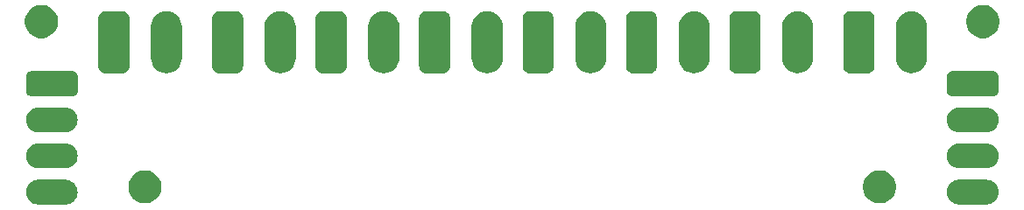
<source format=gbr>
G04 #@! TF.GenerationSoftware,KiCad,Pcbnew,(5.0.1-3-g963ef8bb5)*
G04 #@! TF.CreationDate,2020-01-09T21:08:13+01:00*
G04 #@! TF.ProjectId,WS2801_ledmodule_rev2,5753323830315F6C65646D6F64756C65,rev?*
G04 #@! TF.SameCoordinates,Original*
G04 #@! TF.FileFunction,Soldermask,Bot*
G04 #@! TF.FilePolarity,Negative*
%FSLAX46Y46*%
G04 Gerber Fmt 4.6, Leading zero omitted, Abs format (unit mm)*
G04 Created by KiCad (PCBNEW (5.0.1-3-g963ef8bb5)) date Thursday, 09 January 2020 at 21:08:13*
%MOMM*%
%LPD*%
G01*
G04 APERTURE LIST*
%ADD10C,0.100000*%
G04 APERTURE END LIST*
D10*
G36*
X260394208Y-54303473D02*
X260535241Y-54317363D01*
X260761442Y-54385981D01*
X260761444Y-54385982D01*
X260761447Y-54385983D01*
X260969910Y-54497408D01*
X261152634Y-54647366D01*
X261302592Y-54830090D01*
X261414017Y-55038553D01*
X261414018Y-55038556D01*
X261414019Y-55038558D01*
X261482637Y-55264759D01*
X261505806Y-55500000D01*
X261482637Y-55735241D01*
X261414019Y-55961442D01*
X261414017Y-55961447D01*
X261302592Y-56169910D01*
X261152634Y-56352634D01*
X260969910Y-56502592D01*
X260761447Y-56614017D01*
X260761444Y-56614018D01*
X260761442Y-56614019D01*
X260535241Y-56682637D01*
X260394208Y-56696527D01*
X260358951Y-56700000D01*
X257641049Y-56700000D01*
X257605792Y-56696527D01*
X257464759Y-56682637D01*
X257238558Y-56614019D01*
X257238556Y-56614018D01*
X257238553Y-56614017D01*
X257030090Y-56502592D01*
X256847366Y-56352634D01*
X256697408Y-56169910D01*
X256585983Y-55961447D01*
X256585981Y-55961442D01*
X256517363Y-55735241D01*
X256494194Y-55500000D01*
X256517363Y-55264759D01*
X256585981Y-55038558D01*
X256585982Y-55038556D01*
X256585983Y-55038553D01*
X256697408Y-54830090D01*
X256847366Y-54647366D01*
X257030090Y-54497408D01*
X257238553Y-54385983D01*
X257238556Y-54385982D01*
X257238558Y-54385981D01*
X257464759Y-54317363D01*
X257605792Y-54303473D01*
X257641049Y-54300000D01*
X260358951Y-54300000D01*
X260394208Y-54303473D01*
X260394208Y-54303473D01*
G37*
G36*
X171394208Y-54303473D02*
X171535241Y-54317363D01*
X171761442Y-54385981D01*
X171761444Y-54385982D01*
X171761447Y-54385983D01*
X171969910Y-54497408D01*
X172152634Y-54647366D01*
X172302592Y-54830090D01*
X172414017Y-55038553D01*
X172414018Y-55038556D01*
X172414019Y-55038558D01*
X172482637Y-55264759D01*
X172505806Y-55500000D01*
X172482637Y-55735241D01*
X172414019Y-55961442D01*
X172414017Y-55961447D01*
X172302592Y-56169910D01*
X172152634Y-56352634D01*
X171969910Y-56502592D01*
X171761447Y-56614017D01*
X171761444Y-56614018D01*
X171761442Y-56614019D01*
X171535241Y-56682637D01*
X171394208Y-56696527D01*
X171358951Y-56700000D01*
X168641049Y-56700000D01*
X168605792Y-56696527D01*
X168464759Y-56682637D01*
X168238558Y-56614019D01*
X168238556Y-56614018D01*
X168238553Y-56614017D01*
X168030090Y-56502592D01*
X167847366Y-56352634D01*
X167697408Y-56169910D01*
X167585983Y-55961447D01*
X167585981Y-55961442D01*
X167517363Y-55735241D01*
X167494194Y-55500000D01*
X167517363Y-55264759D01*
X167585981Y-55038558D01*
X167585982Y-55038556D01*
X167585983Y-55038553D01*
X167697408Y-54830090D01*
X167847366Y-54647366D01*
X168030090Y-54497408D01*
X168238553Y-54385983D01*
X168238556Y-54385982D01*
X168238558Y-54385981D01*
X168464759Y-54317363D01*
X168605792Y-54303473D01*
X168641049Y-54300000D01*
X171358951Y-54300000D01*
X171394208Y-54303473D01*
X171394208Y-54303473D01*
G37*
G36*
X179466703Y-53461486D02*
X179757883Y-53582097D01*
X180019944Y-53757201D01*
X180242799Y-53980056D01*
X180417903Y-54242117D01*
X180538514Y-54533297D01*
X180600000Y-54842412D01*
X180600000Y-55157588D01*
X180538514Y-55466703D01*
X180417903Y-55757883D01*
X180242799Y-56019944D01*
X180019944Y-56242799D01*
X179757883Y-56417903D01*
X179466703Y-56538514D01*
X179157588Y-56600000D01*
X178842412Y-56600000D01*
X178533297Y-56538514D01*
X178242117Y-56417903D01*
X177980056Y-56242799D01*
X177757201Y-56019944D01*
X177582097Y-55757883D01*
X177461486Y-55466703D01*
X177400000Y-55157588D01*
X177400000Y-54842412D01*
X177461486Y-54533297D01*
X177582097Y-54242117D01*
X177757201Y-53980056D01*
X177980056Y-53757201D01*
X178242117Y-53582097D01*
X178533297Y-53461486D01*
X178842412Y-53400000D01*
X179157588Y-53400000D01*
X179466703Y-53461486D01*
X179466703Y-53461486D01*
G37*
G36*
X250466703Y-53461486D02*
X250757883Y-53582097D01*
X251019944Y-53757201D01*
X251242799Y-53980056D01*
X251417903Y-54242117D01*
X251538514Y-54533297D01*
X251600000Y-54842412D01*
X251600000Y-55157588D01*
X251538514Y-55466703D01*
X251417903Y-55757883D01*
X251242799Y-56019944D01*
X251019944Y-56242799D01*
X250757883Y-56417903D01*
X250466703Y-56538514D01*
X250157588Y-56600000D01*
X249842412Y-56600000D01*
X249533297Y-56538514D01*
X249242117Y-56417903D01*
X248980056Y-56242799D01*
X248757201Y-56019944D01*
X248582097Y-55757883D01*
X248461486Y-55466703D01*
X248400000Y-55157588D01*
X248400000Y-54842412D01*
X248461486Y-54533297D01*
X248582097Y-54242117D01*
X248757201Y-53980056D01*
X248980056Y-53757201D01*
X249242117Y-53582097D01*
X249533297Y-53461486D01*
X249842412Y-53400000D01*
X250157588Y-53400000D01*
X250466703Y-53461486D01*
X250466703Y-53461486D01*
G37*
G36*
X260394208Y-50803473D02*
X260535241Y-50817363D01*
X260761442Y-50885981D01*
X260761444Y-50885982D01*
X260761447Y-50885983D01*
X260969910Y-50997408D01*
X261152634Y-51147366D01*
X261302592Y-51330090D01*
X261414017Y-51538553D01*
X261414018Y-51538556D01*
X261414019Y-51538558D01*
X261482637Y-51764759D01*
X261505806Y-52000000D01*
X261482637Y-52235241D01*
X261414019Y-52461442D01*
X261414017Y-52461447D01*
X261302592Y-52669910D01*
X261152634Y-52852634D01*
X260969910Y-53002592D01*
X260761447Y-53114017D01*
X260761444Y-53114018D01*
X260761442Y-53114019D01*
X260535241Y-53182637D01*
X260394208Y-53196527D01*
X260358951Y-53200000D01*
X257641049Y-53200000D01*
X257605792Y-53196527D01*
X257464759Y-53182637D01*
X257238558Y-53114019D01*
X257238556Y-53114018D01*
X257238553Y-53114017D01*
X257030090Y-53002592D01*
X256847366Y-52852634D01*
X256697408Y-52669910D01*
X256585983Y-52461447D01*
X256585981Y-52461442D01*
X256517363Y-52235241D01*
X256494194Y-52000000D01*
X256517363Y-51764759D01*
X256585981Y-51538558D01*
X256585982Y-51538556D01*
X256585983Y-51538553D01*
X256697408Y-51330090D01*
X256847366Y-51147366D01*
X257030090Y-50997408D01*
X257238553Y-50885983D01*
X257238556Y-50885982D01*
X257238558Y-50885981D01*
X257464759Y-50817363D01*
X257605792Y-50803473D01*
X257641049Y-50800000D01*
X260358951Y-50800000D01*
X260394208Y-50803473D01*
X260394208Y-50803473D01*
G37*
G36*
X171394208Y-50803473D02*
X171535241Y-50817363D01*
X171761442Y-50885981D01*
X171761444Y-50885982D01*
X171761447Y-50885983D01*
X171969910Y-50997408D01*
X172152634Y-51147366D01*
X172302592Y-51330090D01*
X172414017Y-51538553D01*
X172414018Y-51538556D01*
X172414019Y-51538558D01*
X172482637Y-51764759D01*
X172505806Y-52000000D01*
X172482637Y-52235241D01*
X172414019Y-52461442D01*
X172414017Y-52461447D01*
X172302592Y-52669910D01*
X172152634Y-52852634D01*
X171969910Y-53002592D01*
X171761447Y-53114017D01*
X171761444Y-53114018D01*
X171761442Y-53114019D01*
X171535241Y-53182637D01*
X171394208Y-53196527D01*
X171358951Y-53200000D01*
X168641049Y-53200000D01*
X168605792Y-53196527D01*
X168464759Y-53182637D01*
X168238558Y-53114019D01*
X168238556Y-53114018D01*
X168238553Y-53114017D01*
X168030090Y-53002592D01*
X167847366Y-52852634D01*
X167697408Y-52669910D01*
X167585983Y-52461447D01*
X167585981Y-52461442D01*
X167517363Y-52235241D01*
X167494194Y-52000000D01*
X167517363Y-51764759D01*
X167585981Y-51538558D01*
X167585982Y-51538556D01*
X167585983Y-51538553D01*
X167697408Y-51330090D01*
X167847366Y-51147366D01*
X168030090Y-50997408D01*
X168238553Y-50885983D01*
X168238556Y-50885982D01*
X168238558Y-50885981D01*
X168464759Y-50817363D01*
X168605792Y-50803473D01*
X168641049Y-50800000D01*
X171358951Y-50800000D01*
X171394208Y-50803473D01*
X171394208Y-50803473D01*
G37*
G36*
X171394208Y-47303473D02*
X171535241Y-47317363D01*
X171761442Y-47385981D01*
X171761444Y-47385982D01*
X171761447Y-47385983D01*
X171969910Y-47497408D01*
X172152634Y-47647366D01*
X172302592Y-47830090D01*
X172414017Y-48038553D01*
X172414018Y-48038556D01*
X172414019Y-48038558D01*
X172482637Y-48264759D01*
X172505806Y-48500000D01*
X172482637Y-48735241D01*
X172414019Y-48961442D01*
X172414017Y-48961447D01*
X172302592Y-49169910D01*
X172152634Y-49352634D01*
X171969910Y-49502592D01*
X171761447Y-49614017D01*
X171761444Y-49614018D01*
X171761442Y-49614019D01*
X171535241Y-49682637D01*
X171394208Y-49696527D01*
X171358951Y-49700000D01*
X168641049Y-49700000D01*
X168605792Y-49696527D01*
X168464759Y-49682637D01*
X168238558Y-49614019D01*
X168238556Y-49614018D01*
X168238553Y-49614017D01*
X168030090Y-49502592D01*
X167847366Y-49352634D01*
X167697408Y-49169910D01*
X167585983Y-48961447D01*
X167585981Y-48961442D01*
X167517363Y-48735241D01*
X167494194Y-48500000D01*
X167517363Y-48264759D01*
X167585981Y-48038558D01*
X167585982Y-48038556D01*
X167585983Y-48038553D01*
X167697408Y-47830090D01*
X167847366Y-47647366D01*
X168030090Y-47497408D01*
X168238553Y-47385983D01*
X168238556Y-47385982D01*
X168238558Y-47385981D01*
X168464759Y-47317363D01*
X168605792Y-47303473D01*
X168641049Y-47300000D01*
X171358951Y-47300000D01*
X171394208Y-47303473D01*
X171394208Y-47303473D01*
G37*
G36*
X260394208Y-47303473D02*
X260535241Y-47317363D01*
X260761442Y-47385981D01*
X260761444Y-47385982D01*
X260761447Y-47385983D01*
X260969910Y-47497408D01*
X261152634Y-47647366D01*
X261302592Y-47830090D01*
X261414017Y-48038553D01*
X261414018Y-48038556D01*
X261414019Y-48038558D01*
X261482637Y-48264759D01*
X261505806Y-48500000D01*
X261482637Y-48735241D01*
X261414019Y-48961442D01*
X261414017Y-48961447D01*
X261302592Y-49169910D01*
X261152634Y-49352634D01*
X260969910Y-49502592D01*
X260761447Y-49614017D01*
X260761444Y-49614018D01*
X260761442Y-49614019D01*
X260535241Y-49682637D01*
X260394208Y-49696527D01*
X260358951Y-49700000D01*
X257641049Y-49700000D01*
X257605792Y-49696527D01*
X257464759Y-49682637D01*
X257238558Y-49614019D01*
X257238556Y-49614018D01*
X257238553Y-49614017D01*
X257030090Y-49502592D01*
X256847366Y-49352634D01*
X256697408Y-49169910D01*
X256585983Y-48961447D01*
X256585981Y-48961442D01*
X256517363Y-48735241D01*
X256494194Y-48500000D01*
X256517363Y-48264759D01*
X256585981Y-48038558D01*
X256585982Y-48038556D01*
X256585983Y-48038553D01*
X256697408Y-47830090D01*
X256847366Y-47647366D01*
X257030090Y-47497408D01*
X257238553Y-47385983D01*
X257238556Y-47385982D01*
X257238558Y-47385981D01*
X257464759Y-47317363D01*
X257605792Y-47303473D01*
X257641049Y-47300000D01*
X260358951Y-47300000D01*
X260394208Y-47303473D01*
X260394208Y-47303473D01*
G37*
G36*
X261067241Y-43810921D02*
X261167965Y-43841475D01*
X261260780Y-43891085D01*
X261342142Y-43957858D01*
X261408915Y-44039220D01*
X261458525Y-44132035D01*
X261489079Y-44232759D01*
X261500000Y-44343640D01*
X261500000Y-45656360D01*
X261489079Y-45767241D01*
X261458525Y-45867965D01*
X261408915Y-45960780D01*
X261342142Y-46042142D01*
X261260780Y-46108915D01*
X261167965Y-46158525D01*
X261067241Y-46189079D01*
X260956360Y-46200000D01*
X257043640Y-46200000D01*
X256932759Y-46189079D01*
X256832035Y-46158525D01*
X256739220Y-46108915D01*
X256657858Y-46042142D01*
X256591085Y-45960780D01*
X256541475Y-45867965D01*
X256510921Y-45767241D01*
X256500000Y-45656360D01*
X256500000Y-44343640D01*
X256510921Y-44232759D01*
X256541475Y-44132035D01*
X256591085Y-44039220D01*
X256657858Y-43957858D01*
X256739220Y-43891085D01*
X256832035Y-43841475D01*
X256932759Y-43810921D01*
X257043640Y-43800000D01*
X260956360Y-43800000D01*
X261067241Y-43810921D01*
X261067241Y-43810921D01*
G37*
G36*
X172067241Y-43810921D02*
X172167965Y-43841475D01*
X172260780Y-43891085D01*
X172342142Y-43957858D01*
X172408915Y-44039220D01*
X172458525Y-44132035D01*
X172489079Y-44232759D01*
X172500000Y-44343640D01*
X172500000Y-45656360D01*
X172489079Y-45767241D01*
X172458525Y-45867965D01*
X172408915Y-45960780D01*
X172342142Y-46042142D01*
X172260780Y-46108915D01*
X172167965Y-46158525D01*
X172067241Y-46189079D01*
X171956360Y-46200000D01*
X168043640Y-46200000D01*
X167932759Y-46189079D01*
X167832035Y-46158525D01*
X167739220Y-46108915D01*
X167657858Y-46042142D01*
X167591085Y-45960780D01*
X167541475Y-45867965D01*
X167510921Y-45767241D01*
X167500000Y-45656360D01*
X167500000Y-44343640D01*
X167510921Y-44232759D01*
X167541475Y-44132035D01*
X167591085Y-44039220D01*
X167657858Y-43957858D01*
X167739220Y-43891085D01*
X167832035Y-43841475D01*
X167932759Y-43810921D01*
X168043640Y-43800000D01*
X171956360Y-43800000D01*
X172067241Y-43810921D01*
X172067241Y-43810921D01*
G37*
G36*
X212374047Y-38021704D02*
X212374050Y-38021705D01*
X212656801Y-38107476D01*
X212656803Y-38107477D01*
X212917389Y-38246763D01*
X213145792Y-38434208D01*
X213333237Y-38662611D01*
X213472523Y-38923196D01*
X213558296Y-39205952D01*
X213580000Y-39426316D01*
X213580000Y-42573684D01*
X213558296Y-42794048D01*
X213472523Y-43076804D01*
X213333237Y-43337389D01*
X213145792Y-43565792D01*
X212917389Y-43753237D01*
X212673436Y-43883633D01*
X212656802Y-43892524D01*
X212490700Y-43942910D01*
X212374048Y-43978296D01*
X212080000Y-44007257D01*
X211785953Y-43978296D01*
X211669301Y-43942910D01*
X211503199Y-43892524D01*
X211486565Y-43883633D01*
X211242612Y-43753237D01*
X211014209Y-43565792D01*
X210826764Y-43337389D01*
X210687478Y-43076804D01*
X210601705Y-42794048D01*
X210580001Y-42573684D01*
X210580000Y-39426317D01*
X210601704Y-39205953D01*
X210687477Y-38923197D01*
X210826763Y-38662611D01*
X211014208Y-38434208D01*
X211242611Y-38246763D01*
X211503196Y-38107477D01*
X211503198Y-38107476D01*
X211785949Y-38021705D01*
X211785952Y-38021704D01*
X212080000Y-37992743D01*
X212374047Y-38021704D01*
X212374047Y-38021704D01*
G37*
G36*
X253374047Y-38021704D02*
X253374050Y-38021705D01*
X253656801Y-38107476D01*
X253656803Y-38107477D01*
X253917389Y-38246763D01*
X254145792Y-38434208D01*
X254333237Y-38662611D01*
X254472523Y-38923196D01*
X254558296Y-39205952D01*
X254580000Y-39426316D01*
X254580000Y-42573684D01*
X254558296Y-42794048D01*
X254472523Y-43076804D01*
X254333237Y-43337389D01*
X254145792Y-43565792D01*
X253917389Y-43753237D01*
X253673436Y-43883633D01*
X253656802Y-43892524D01*
X253490700Y-43942910D01*
X253374048Y-43978296D01*
X253080000Y-44007257D01*
X252785953Y-43978296D01*
X252669301Y-43942910D01*
X252503199Y-43892524D01*
X252486565Y-43883633D01*
X252242612Y-43753237D01*
X252014209Y-43565792D01*
X251826764Y-43337389D01*
X251687478Y-43076804D01*
X251601705Y-42794048D01*
X251580001Y-42573684D01*
X251580000Y-39426317D01*
X251601704Y-39205953D01*
X251687477Y-38923197D01*
X251826763Y-38662611D01*
X252014208Y-38434208D01*
X252242611Y-38246763D01*
X252503196Y-38107477D01*
X252503198Y-38107476D01*
X252785949Y-38021705D01*
X252785952Y-38021704D01*
X253080000Y-37992743D01*
X253374047Y-38021704D01*
X253374047Y-38021704D01*
G37*
G36*
X242374047Y-38021704D02*
X242374050Y-38021705D01*
X242656801Y-38107476D01*
X242656803Y-38107477D01*
X242917389Y-38246763D01*
X243145792Y-38434208D01*
X243333237Y-38662611D01*
X243472523Y-38923196D01*
X243558296Y-39205952D01*
X243580000Y-39426316D01*
X243580000Y-42573684D01*
X243558296Y-42794048D01*
X243472523Y-43076804D01*
X243333237Y-43337389D01*
X243145792Y-43565792D01*
X242917389Y-43753237D01*
X242673436Y-43883633D01*
X242656802Y-43892524D01*
X242490700Y-43942910D01*
X242374048Y-43978296D01*
X242080000Y-44007257D01*
X241785953Y-43978296D01*
X241669301Y-43942910D01*
X241503199Y-43892524D01*
X241486565Y-43883633D01*
X241242612Y-43753237D01*
X241014209Y-43565792D01*
X240826764Y-43337389D01*
X240687478Y-43076804D01*
X240601705Y-42794048D01*
X240580001Y-42573684D01*
X240580000Y-39426317D01*
X240601704Y-39205953D01*
X240687477Y-38923197D01*
X240826763Y-38662611D01*
X241014208Y-38434208D01*
X241242611Y-38246763D01*
X241503196Y-38107477D01*
X241503198Y-38107476D01*
X241785949Y-38021705D01*
X241785952Y-38021704D01*
X242080000Y-37992743D01*
X242374047Y-38021704D01*
X242374047Y-38021704D01*
G37*
G36*
X232374047Y-38021704D02*
X232374050Y-38021705D01*
X232656801Y-38107476D01*
X232656803Y-38107477D01*
X232917389Y-38246763D01*
X233145792Y-38434208D01*
X233333237Y-38662611D01*
X233472523Y-38923196D01*
X233558296Y-39205952D01*
X233580000Y-39426316D01*
X233580000Y-42573684D01*
X233558296Y-42794048D01*
X233472523Y-43076804D01*
X233333237Y-43337389D01*
X233145792Y-43565792D01*
X232917389Y-43753237D01*
X232673436Y-43883633D01*
X232656802Y-43892524D01*
X232490700Y-43942910D01*
X232374048Y-43978296D01*
X232080000Y-44007257D01*
X231785953Y-43978296D01*
X231669301Y-43942910D01*
X231503199Y-43892524D01*
X231486565Y-43883633D01*
X231242612Y-43753237D01*
X231014209Y-43565792D01*
X230826764Y-43337389D01*
X230687478Y-43076804D01*
X230601705Y-42794048D01*
X230580001Y-42573684D01*
X230580000Y-39426317D01*
X230601704Y-39205953D01*
X230687477Y-38923197D01*
X230826763Y-38662611D01*
X231014208Y-38434208D01*
X231242611Y-38246763D01*
X231503196Y-38107477D01*
X231503198Y-38107476D01*
X231785949Y-38021705D01*
X231785952Y-38021704D01*
X232080000Y-37992743D01*
X232374047Y-38021704D01*
X232374047Y-38021704D01*
G37*
G36*
X222374047Y-38021704D02*
X222374050Y-38021705D01*
X222656801Y-38107476D01*
X222656803Y-38107477D01*
X222917389Y-38246763D01*
X223145792Y-38434208D01*
X223333237Y-38662611D01*
X223472523Y-38923196D01*
X223558296Y-39205952D01*
X223580000Y-39426316D01*
X223580000Y-42573684D01*
X223558296Y-42794048D01*
X223472523Y-43076804D01*
X223333237Y-43337389D01*
X223145792Y-43565792D01*
X222917389Y-43753237D01*
X222673436Y-43883633D01*
X222656802Y-43892524D01*
X222490700Y-43942910D01*
X222374048Y-43978296D01*
X222080000Y-44007257D01*
X221785953Y-43978296D01*
X221669301Y-43942910D01*
X221503199Y-43892524D01*
X221486565Y-43883633D01*
X221242612Y-43753237D01*
X221014209Y-43565792D01*
X220826764Y-43337389D01*
X220687478Y-43076804D01*
X220601705Y-42794048D01*
X220580001Y-42573684D01*
X220580000Y-39426317D01*
X220601704Y-39205953D01*
X220687477Y-38923197D01*
X220826763Y-38662611D01*
X221014208Y-38434208D01*
X221242611Y-38246763D01*
X221503196Y-38107477D01*
X221503198Y-38107476D01*
X221785949Y-38021705D01*
X221785952Y-38021704D01*
X222080000Y-37992743D01*
X222374047Y-38021704D01*
X222374047Y-38021704D01*
G37*
G36*
X192374047Y-38021704D02*
X192374050Y-38021705D01*
X192656801Y-38107476D01*
X192656803Y-38107477D01*
X192917389Y-38246763D01*
X193145792Y-38434208D01*
X193333237Y-38662611D01*
X193472523Y-38923196D01*
X193558296Y-39205952D01*
X193580000Y-39426316D01*
X193580000Y-42573684D01*
X193558296Y-42794048D01*
X193472523Y-43076804D01*
X193333237Y-43337389D01*
X193145792Y-43565792D01*
X192917389Y-43753237D01*
X192673436Y-43883633D01*
X192656802Y-43892524D01*
X192490700Y-43942910D01*
X192374048Y-43978296D01*
X192080000Y-44007257D01*
X191785953Y-43978296D01*
X191669301Y-43942910D01*
X191503199Y-43892524D01*
X191486565Y-43883633D01*
X191242612Y-43753237D01*
X191014209Y-43565792D01*
X190826764Y-43337389D01*
X190687478Y-43076804D01*
X190601705Y-42794048D01*
X190580001Y-42573684D01*
X190580000Y-39426317D01*
X190601704Y-39205953D01*
X190687477Y-38923197D01*
X190826763Y-38662611D01*
X191014208Y-38434208D01*
X191242611Y-38246763D01*
X191503196Y-38107477D01*
X191503198Y-38107476D01*
X191785949Y-38021705D01*
X191785952Y-38021704D01*
X192080000Y-37992743D01*
X192374047Y-38021704D01*
X192374047Y-38021704D01*
G37*
G36*
X181374047Y-38021704D02*
X181374050Y-38021705D01*
X181656801Y-38107476D01*
X181656803Y-38107477D01*
X181917389Y-38246763D01*
X182145792Y-38434208D01*
X182333237Y-38662611D01*
X182472523Y-38923196D01*
X182558296Y-39205952D01*
X182580000Y-39426316D01*
X182580000Y-42573684D01*
X182558296Y-42794048D01*
X182472523Y-43076804D01*
X182333237Y-43337389D01*
X182145792Y-43565792D01*
X181917389Y-43753237D01*
X181673436Y-43883633D01*
X181656802Y-43892524D01*
X181490700Y-43942910D01*
X181374048Y-43978296D01*
X181080000Y-44007257D01*
X180785953Y-43978296D01*
X180669301Y-43942910D01*
X180503199Y-43892524D01*
X180486565Y-43883633D01*
X180242612Y-43753237D01*
X180014209Y-43565792D01*
X179826764Y-43337389D01*
X179687478Y-43076804D01*
X179601705Y-42794048D01*
X179580001Y-42573684D01*
X179580000Y-39426317D01*
X179601704Y-39205953D01*
X179687477Y-38923197D01*
X179826763Y-38662611D01*
X180014208Y-38434208D01*
X180242611Y-38246763D01*
X180503196Y-38107477D01*
X180503198Y-38107476D01*
X180785949Y-38021705D01*
X180785952Y-38021704D01*
X181080000Y-37992743D01*
X181374047Y-38021704D01*
X181374047Y-38021704D01*
G37*
G36*
X202374047Y-38021704D02*
X202374050Y-38021705D01*
X202656801Y-38107476D01*
X202656803Y-38107477D01*
X202917389Y-38246763D01*
X203145792Y-38434208D01*
X203333237Y-38662611D01*
X203472523Y-38923196D01*
X203558296Y-39205952D01*
X203580000Y-39426316D01*
X203580000Y-42573684D01*
X203558296Y-42794048D01*
X203472523Y-43076804D01*
X203333237Y-43337389D01*
X203145792Y-43565792D01*
X202917389Y-43753237D01*
X202673436Y-43883633D01*
X202656802Y-43892524D01*
X202490700Y-43942910D01*
X202374048Y-43978296D01*
X202080000Y-44007257D01*
X201785953Y-43978296D01*
X201669301Y-43942910D01*
X201503199Y-43892524D01*
X201486565Y-43883633D01*
X201242612Y-43753237D01*
X201014209Y-43565792D01*
X200826764Y-43337389D01*
X200687478Y-43076804D01*
X200601705Y-42794048D01*
X200580001Y-42573684D01*
X200580000Y-39426317D01*
X200601704Y-39205953D01*
X200687477Y-38923197D01*
X200826763Y-38662611D01*
X201014208Y-38434208D01*
X201242611Y-38246763D01*
X201503196Y-38107477D01*
X201503198Y-38107476D01*
X201785949Y-38021705D01*
X201785952Y-38021704D01*
X202080000Y-37992743D01*
X202374047Y-38021704D01*
X202374047Y-38021704D01*
G37*
G36*
X227946508Y-38013803D02*
X228075363Y-38052891D01*
X228194119Y-38116367D01*
X228298208Y-38201792D01*
X228383633Y-38305881D01*
X228447109Y-38424637D01*
X228486197Y-38553492D01*
X228500000Y-38693640D01*
X228500000Y-43306360D01*
X228486197Y-43446508D01*
X228447109Y-43575363D01*
X228383633Y-43694119D01*
X228298208Y-43798208D01*
X228194119Y-43883633D01*
X228075363Y-43947109D01*
X227946508Y-43986197D01*
X227806360Y-44000000D01*
X226193640Y-44000000D01*
X226053492Y-43986197D01*
X225924637Y-43947109D01*
X225805881Y-43883633D01*
X225701792Y-43798208D01*
X225616367Y-43694119D01*
X225552891Y-43575363D01*
X225513803Y-43446508D01*
X225500000Y-43306360D01*
X225500000Y-38693640D01*
X225513803Y-38553492D01*
X225552891Y-38424637D01*
X225616367Y-38305881D01*
X225701792Y-38201792D01*
X225805881Y-38116367D01*
X225924637Y-38052891D01*
X226053492Y-38013803D01*
X226193640Y-38000000D01*
X227806360Y-38000000D01*
X227946508Y-38013803D01*
X227946508Y-38013803D01*
G37*
G36*
X248946508Y-38013803D02*
X249075363Y-38052891D01*
X249194119Y-38116367D01*
X249298208Y-38201792D01*
X249383633Y-38305881D01*
X249447109Y-38424637D01*
X249486197Y-38553492D01*
X249500000Y-38693640D01*
X249500000Y-43306360D01*
X249486197Y-43446508D01*
X249447109Y-43575363D01*
X249383633Y-43694119D01*
X249298208Y-43798208D01*
X249194119Y-43883633D01*
X249075363Y-43947109D01*
X248946508Y-43986197D01*
X248806360Y-44000000D01*
X247193640Y-44000000D01*
X247053492Y-43986197D01*
X246924637Y-43947109D01*
X246805881Y-43883633D01*
X246701792Y-43798208D01*
X246616367Y-43694119D01*
X246552891Y-43575363D01*
X246513803Y-43446508D01*
X246500000Y-43306360D01*
X246500000Y-38693640D01*
X246513803Y-38553492D01*
X246552891Y-38424637D01*
X246616367Y-38305881D01*
X246701792Y-38201792D01*
X246805881Y-38116367D01*
X246924637Y-38052891D01*
X247053492Y-38013803D01*
X247193640Y-38000000D01*
X248806360Y-38000000D01*
X248946508Y-38013803D01*
X248946508Y-38013803D01*
G37*
G36*
X207946508Y-38013803D02*
X208075363Y-38052891D01*
X208194119Y-38116367D01*
X208298208Y-38201792D01*
X208383633Y-38305881D01*
X208447109Y-38424637D01*
X208486197Y-38553492D01*
X208500000Y-38693640D01*
X208500000Y-43306360D01*
X208486197Y-43446508D01*
X208447109Y-43575363D01*
X208383633Y-43694119D01*
X208298208Y-43798208D01*
X208194119Y-43883633D01*
X208075363Y-43947109D01*
X207946508Y-43986197D01*
X207806360Y-44000000D01*
X206193640Y-44000000D01*
X206053492Y-43986197D01*
X205924637Y-43947109D01*
X205805881Y-43883633D01*
X205701792Y-43798208D01*
X205616367Y-43694119D01*
X205552891Y-43575363D01*
X205513803Y-43446508D01*
X205500000Y-43306360D01*
X205500000Y-38693640D01*
X205513803Y-38553492D01*
X205552891Y-38424637D01*
X205616367Y-38305881D01*
X205701792Y-38201792D01*
X205805881Y-38116367D01*
X205924637Y-38052891D01*
X206053492Y-38013803D01*
X206193640Y-38000000D01*
X207806360Y-38000000D01*
X207946508Y-38013803D01*
X207946508Y-38013803D01*
G37*
G36*
X197946508Y-38013803D02*
X198075363Y-38052891D01*
X198194119Y-38116367D01*
X198298208Y-38201792D01*
X198383633Y-38305881D01*
X198447109Y-38424637D01*
X198486197Y-38553492D01*
X198500000Y-38693640D01*
X198500000Y-43306360D01*
X198486197Y-43446508D01*
X198447109Y-43575363D01*
X198383633Y-43694119D01*
X198298208Y-43798208D01*
X198194119Y-43883633D01*
X198075363Y-43947109D01*
X197946508Y-43986197D01*
X197806360Y-44000000D01*
X196193640Y-44000000D01*
X196053492Y-43986197D01*
X195924637Y-43947109D01*
X195805881Y-43883633D01*
X195701792Y-43798208D01*
X195616367Y-43694119D01*
X195552891Y-43575363D01*
X195513803Y-43446508D01*
X195500000Y-43306360D01*
X195500000Y-38693640D01*
X195513803Y-38553492D01*
X195552891Y-38424637D01*
X195616367Y-38305881D01*
X195701792Y-38201792D01*
X195805881Y-38116367D01*
X195924637Y-38052891D01*
X196053492Y-38013803D01*
X196193640Y-38000000D01*
X197806360Y-38000000D01*
X197946508Y-38013803D01*
X197946508Y-38013803D01*
G37*
G36*
X237946508Y-38013803D02*
X238075363Y-38052891D01*
X238194119Y-38116367D01*
X238298208Y-38201792D01*
X238383633Y-38305881D01*
X238447109Y-38424637D01*
X238486197Y-38553492D01*
X238500000Y-38693640D01*
X238500000Y-43306360D01*
X238486197Y-43446508D01*
X238447109Y-43575363D01*
X238383633Y-43694119D01*
X238298208Y-43798208D01*
X238194119Y-43883633D01*
X238075363Y-43947109D01*
X237946508Y-43986197D01*
X237806360Y-44000000D01*
X236193640Y-44000000D01*
X236053492Y-43986197D01*
X235924637Y-43947109D01*
X235805881Y-43883633D01*
X235701792Y-43798208D01*
X235616367Y-43694119D01*
X235552891Y-43575363D01*
X235513803Y-43446508D01*
X235500000Y-43306360D01*
X235500000Y-38693640D01*
X235513803Y-38553492D01*
X235552891Y-38424637D01*
X235616367Y-38305881D01*
X235701792Y-38201792D01*
X235805881Y-38116367D01*
X235924637Y-38052891D01*
X236053492Y-38013803D01*
X236193640Y-38000000D01*
X237806360Y-38000000D01*
X237946508Y-38013803D01*
X237946508Y-38013803D01*
G37*
G36*
X176946508Y-38013803D02*
X177075363Y-38052891D01*
X177194119Y-38116367D01*
X177298208Y-38201792D01*
X177383633Y-38305881D01*
X177447109Y-38424637D01*
X177486197Y-38553492D01*
X177500000Y-38693640D01*
X177500000Y-43306360D01*
X177486197Y-43446508D01*
X177447109Y-43575363D01*
X177383633Y-43694119D01*
X177298208Y-43798208D01*
X177194119Y-43883633D01*
X177075363Y-43947109D01*
X176946508Y-43986197D01*
X176806360Y-44000000D01*
X175193640Y-44000000D01*
X175053492Y-43986197D01*
X174924637Y-43947109D01*
X174805881Y-43883633D01*
X174701792Y-43798208D01*
X174616367Y-43694119D01*
X174552891Y-43575363D01*
X174513803Y-43446508D01*
X174500000Y-43306360D01*
X174500000Y-38693640D01*
X174513803Y-38553492D01*
X174552891Y-38424637D01*
X174616367Y-38305881D01*
X174701792Y-38201792D01*
X174805881Y-38116367D01*
X174924637Y-38052891D01*
X175053492Y-38013803D01*
X175193640Y-38000000D01*
X176806360Y-38000000D01*
X176946508Y-38013803D01*
X176946508Y-38013803D01*
G37*
G36*
X187946508Y-38013803D02*
X188075363Y-38052891D01*
X188194119Y-38116367D01*
X188298208Y-38201792D01*
X188383633Y-38305881D01*
X188447109Y-38424637D01*
X188486197Y-38553492D01*
X188500000Y-38693640D01*
X188500000Y-43306360D01*
X188486197Y-43446508D01*
X188447109Y-43575363D01*
X188383633Y-43694119D01*
X188298208Y-43798208D01*
X188194119Y-43883633D01*
X188075363Y-43947109D01*
X187946508Y-43986197D01*
X187806360Y-44000000D01*
X186193640Y-44000000D01*
X186053492Y-43986197D01*
X185924637Y-43947109D01*
X185805881Y-43883633D01*
X185701792Y-43798208D01*
X185616367Y-43694119D01*
X185552891Y-43575363D01*
X185513803Y-43446508D01*
X185500000Y-43306360D01*
X185500000Y-38693640D01*
X185513803Y-38553492D01*
X185552891Y-38424637D01*
X185616367Y-38305881D01*
X185701792Y-38201792D01*
X185805881Y-38116367D01*
X185924637Y-38052891D01*
X186053492Y-38013803D01*
X186193640Y-38000000D01*
X187806360Y-38000000D01*
X187946508Y-38013803D01*
X187946508Y-38013803D01*
G37*
G36*
X217946508Y-38013803D02*
X218075363Y-38052891D01*
X218194119Y-38116367D01*
X218298208Y-38201792D01*
X218383633Y-38305881D01*
X218447109Y-38424637D01*
X218486197Y-38553492D01*
X218500000Y-38693640D01*
X218500000Y-43306360D01*
X218486197Y-43446508D01*
X218447109Y-43575363D01*
X218383633Y-43694119D01*
X218298208Y-43798208D01*
X218194119Y-43883633D01*
X218075363Y-43947109D01*
X217946508Y-43986197D01*
X217806360Y-44000000D01*
X216193640Y-44000000D01*
X216053492Y-43986197D01*
X215924637Y-43947109D01*
X215805881Y-43883633D01*
X215701792Y-43798208D01*
X215616367Y-43694119D01*
X215552891Y-43575363D01*
X215513803Y-43446508D01*
X215500000Y-43306360D01*
X215500000Y-38693640D01*
X215513803Y-38553492D01*
X215552891Y-38424637D01*
X215616367Y-38305881D01*
X215701792Y-38201792D01*
X215805881Y-38116367D01*
X215924637Y-38052891D01*
X216053492Y-38013803D01*
X216193640Y-38000000D01*
X217806360Y-38000000D01*
X217946508Y-38013803D01*
X217946508Y-38013803D01*
G37*
G36*
X260466703Y-37461486D02*
X260757883Y-37582097D01*
X261019944Y-37757201D01*
X261242799Y-37980056D01*
X261417903Y-38242117D01*
X261538514Y-38533297D01*
X261600000Y-38842412D01*
X261600000Y-39157588D01*
X261538514Y-39466703D01*
X261417903Y-39757883D01*
X261242799Y-40019944D01*
X261019944Y-40242799D01*
X260757883Y-40417903D01*
X260466703Y-40538514D01*
X260157588Y-40600000D01*
X259842412Y-40600000D01*
X259533297Y-40538514D01*
X259242117Y-40417903D01*
X258980056Y-40242799D01*
X258757201Y-40019944D01*
X258582097Y-39757883D01*
X258461486Y-39466703D01*
X258400000Y-39157588D01*
X258400000Y-38842412D01*
X258461486Y-38533297D01*
X258582097Y-38242117D01*
X258757201Y-37980056D01*
X258980056Y-37757201D01*
X259242117Y-37582097D01*
X259533297Y-37461486D01*
X259842412Y-37400000D01*
X260157588Y-37400000D01*
X260466703Y-37461486D01*
X260466703Y-37461486D01*
G37*
G36*
X169466703Y-37461486D02*
X169757883Y-37582097D01*
X170019944Y-37757201D01*
X170242799Y-37980056D01*
X170417903Y-38242117D01*
X170538514Y-38533297D01*
X170600000Y-38842412D01*
X170600000Y-39157588D01*
X170538514Y-39466703D01*
X170417903Y-39757883D01*
X170242799Y-40019944D01*
X170019944Y-40242799D01*
X169757883Y-40417903D01*
X169466703Y-40538514D01*
X169157588Y-40600000D01*
X168842412Y-40600000D01*
X168533297Y-40538514D01*
X168242117Y-40417903D01*
X167980056Y-40242799D01*
X167757201Y-40019944D01*
X167582097Y-39757883D01*
X167461486Y-39466703D01*
X167400000Y-39157588D01*
X167400000Y-38842412D01*
X167461486Y-38533297D01*
X167582097Y-38242117D01*
X167757201Y-37980056D01*
X167980056Y-37757201D01*
X168242117Y-37582097D01*
X168533297Y-37461486D01*
X168842412Y-37400000D01*
X169157588Y-37400000D01*
X169466703Y-37461486D01*
X169466703Y-37461486D01*
G37*
M02*

</source>
